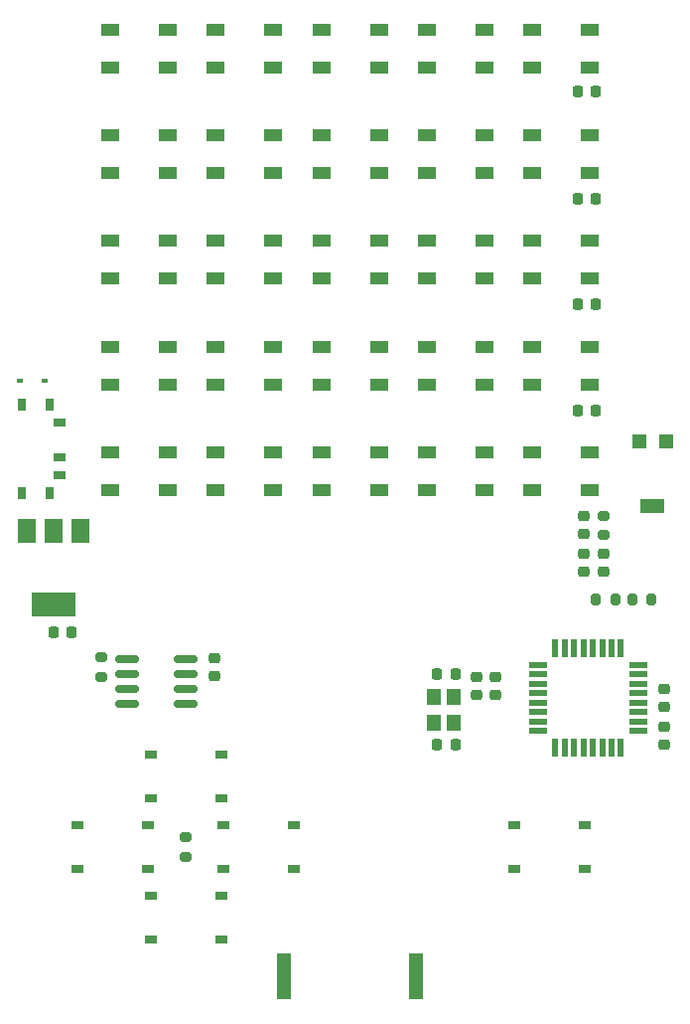
<source format=gtp>
%TF.GenerationSoftware,KiCad,Pcbnew,(6.0.5-0)*%
%TF.CreationDate,2022-11-17T16:29:29+01:00*%
%TF.ProjectId,25pix,32357069-782e-46b6-9963-61645f706362,v0.1*%
%TF.SameCoordinates,Original*%
%TF.FileFunction,Paste,Top*%
%TF.FilePolarity,Positive*%
%FSLAX46Y46*%
G04 Gerber Fmt 4.6, Leading zero omitted, Abs format (unit mm)*
G04 Created by KiCad (PCBNEW (6.0.5-0)) date 2022-11-17 16:29:29*
%MOMM*%
%LPD*%
G01*
G04 APERTURE LIST*
G04 Aperture macros list*
%AMRoundRect*
0 Rectangle with rounded corners*
0 $1 Rounding radius*
0 $2 $3 $4 $5 $6 $7 $8 $9 X,Y pos of 4 corners*
0 Add a 4 corners polygon primitive as box body*
4,1,4,$2,$3,$4,$5,$6,$7,$8,$9,$2,$3,0*
0 Add four circle primitives for the rounded corners*
1,1,$1+$1,$2,$3*
1,1,$1+$1,$4,$5*
1,1,$1+$1,$6,$7*
1,1,$1+$1,$8,$9*
0 Add four rect primitives between the rounded corners*
20,1,$1+$1,$2,$3,$4,$5,0*
20,1,$1+$1,$4,$5,$6,$7,0*
20,1,$1+$1,$6,$7,$8,$9,0*
20,1,$1+$1,$8,$9,$2,$3,0*%
G04 Aperture macros list end*
%ADD10R,1.000000X0.750000*%
%ADD11RoundRect,0.225000X-0.250000X0.225000X-0.250000X-0.225000X0.250000X-0.225000X0.250000X0.225000X0*%
%ADD12RoundRect,0.225000X0.225000X0.250000X-0.225000X0.250000X-0.225000X-0.250000X0.225000X-0.250000X0*%
%ADD13R,1.500000X1.000000*%
%ADD14RoundRect,0.225000X0.250000X-0.225000X0.250000X0.225000X-0.250000X0.225000X-0.250000X-0.225000X0*%
%ADD15RoundRect,0.225000X-0.225000X-0.250000X0.225000X-0.250000X0.225000X0.250000X-0.225000X0.250000X0*%
%ADD16RoundRect,0.200000X-0.275000X0.200000X-0.275000X-0.200000X0.275000X-0.200000X0.275000X0.200000X0*%
%ADD17R,0.600000X0.450000*%
%ADD18RoundRect,0.200000X-0.200000X-0.275000X0.200000X-0.275000X0.200000X0.275000X-0.200000X0.275000X0*%
%ADD19R,1.200000X1.400000*%
%ADD20RoundRect,0.200000X0.200000X0.275000X-0.200000X0.275000X-0.200000X-0.275000X0.200000X-0.275000X0*%
%ADD21RoundRect,0.200000X0.275000X-0.200000X0.275000X0.200000X-0.275000X0.200000X-0.275000X-0.200000X0*%
%ADD22R,1.600000X0.550000*%
%ADD23R,0.550000X1.600000*%
%ADD24R,1.500000X2.000000*%
%ADD25R,3.800000X2.000000*%
%ADD26R,1.200000X4.000000*%
%ADD27R,1.100000X0.700000*%
%ADD28R,0.800000X1.000000*%
%ADD29RoundRect,0.150000X-0.825000X-0.150000X0.825000X-0.150000X0.825000X0.150000X-0.825000X0.150000X0*%
%ADD30R,1.300000X1.300000*%
%ADD31R,2.000000X1.300000*%
G04 APERTURE END LIST*
D10*
X53000000Y-103125000D03*
X59000000Y-103125000D03*
X53000000Y-106875000D03*
X59000000Y-106875000D03*
D11*
X96800000Y-88725000D03*
X96800000Y-90275000D03*
D12*
X78975000Y-90300000D03*
X77425000Y-90300000D03*
D13*
X58550000Y-29400000D03*
X58550000Y-32600000D03*
X63450000Y-32600000D03*
X63450000Y-29400000D03*
X49550000Y-56400000D03*
X49550000Y-59600000D03*
X54450000Y-59600000D03*
X54450000Y-56400000D03*
X58550000Y-65400000D03*
X58550000Y-68600000D03*
X63450000Y-68600000D03*
X63450000Y-65400000D03*
X67550000Y-56400000D03*
X67550000Y-59600000D03*
X72450000Y-59600000D03*
X72450000Y-56400000D03*
D12*
X90975000Y-43800000D03*
X89425000Y-43800000D03*
D14*
X96800000Y-87075000D03*
X96800000Y-85525000D03*
D13*
X76550000Y-47400000D03*
X76550000Y-50600000D03*
X81450000Y-50600000D03*
X81450000Y-47400000D03*
X67550000Y-47400000D03*
X67550000Y-50600000D03*
X72450000Y-50600000D03*
X72450000Y-47400000D03*
X76550000Y-38400000D03*
X76550000Y-41600000D03*
X81450000Y-41600000D03*
X81450000Y-38400000D03*
X85550000Y-47400000D03*
X85550000Y-50600000D03*
X90450000Y-50600000D03*
X90450000Y-47400000D03*
D15*
X77425000Y-84300000D03*
X78975000Y-84300000D03*
D16*
X56000000Y-98175000D03*
X56000000Y-99825000D03*
D11*
X58400000Y-82925000D03*
X58400000Y-84475000D03*
X89900000Y-74025000D03*
X89900000Y-75575000D03*
D12*
X90975000Y-34700000D03*
X89425000Y-34700000D03*
D13*
X49550000Y-29400000D03*
X49550000Y-32600000D03*
X54450000Y-32600000D03*
X54450000Y-29400000D03*
D10*
X53000000Y-91125000D03*
X59000000Y-91125000D03*
X53000000Y-94875000D03*
X59000000Y-94875000D03*
D13*
X58550000Y-38400000D03*
X58550000Y-41600000D03*
X63450000Y-41600000D03*
X63450000Y-38400000D03*
D17*
X43950000Y-59300000D03*
X41850000Y-59300000D03*
D18*
X90975000Y-77900000D03*
X92625000Y-77900000D03*
D13*
X58550000Y-56400000D03*
X58550000Y-59600000D03*
X63450000Y-59600000D03*
X63450000Y-56400000D03*
X49550000Y-38400000D03*
X49550000Y-41600000D03*
X54450000Y-41600000D03*
X54450000Y-38400000D03*
X76550000Y-29400000D03*
X76550000Y-32600000D03*
X81450000Y-32600000D03*
X81450000Y-29400000D03*
D19*
X77150000Y-86200000D03*
X77150000Y-88400000D03*
X78850000Y-88400000D03*
X78850000Y-86200000D03*
D11*
X91600000Y-74025000D03*
X91600000Y-75575000D03*
D10*
X46780000Y-97125000D03*
X52780000Y-97125000D03*
X46780000Y-100875000D03*
X52780000Y-100875000D03*
D15*
X44725000Y-80700000D03*
X46275000Y-80700000D03*
D13*
X67550000Y-29400000D03*
X67550000Y-32600000D03*
X72450000Y-32600000D03*
X72450000Y-29400000D03*
D12*
X90975000Y-61800000D03*
X89425000Y-61800000D03*
D13*
X76550000Y-56400000D03*
X76550000Y-59600000D03*
X81450000Y-59600000D03*
X81450000Y-56400000D03*
X58550000Y-47400000D03*
X58550000Y-50600000D03*
X63450000Y-50600000D03*
X63450000Y-47400000D03*
D11*
X89900000Y-70825000D03*
X89900000Y-72375000D03*
D13*
X67550000Y-38400000D03*
X67550000Y-41600000D03*
X72450000Y-41600000D03*
X72450000Y-38400000D03*
X67550000Y-65400000D03*
X67550000Y-68600000D03*
X72450000Y-68600000D03*
X72450000Y-65400000D03*
D20*
X95725000Y-77900000D03*
X94075000Y-77900000D03*
D11*
X82400000Y-84525000D03*
X82400000Y-86075000D03*
D21*
X48800000Y-84525000D03*
X48800000Y-82875000D03*
D22*
X86050000Y-83500000D03*
X86050000Y-84300000D03*
X86050000Y-85100000D03*
X86050000Y-85900000D03*
X86050000Y-86700000D03*
X86050000Y-87500000D03*
X86050000Y-88300000D03*
X86050000Y-89100000D03*
D23*
X87500000Y-90550000D03*
X88300000Y-90550000D03*
X89100000Y-90550000D03*
X89900000Y-90550000D03*
X90700000Y-90550000D03*
X91500000Y-90550000D03*
X92300000Y-90550000D03*
X93100000Y-90550000D03*
D22*
X94550000Y-89100000D03*
X94550000Y-88300000D03*
X94550000Y-87500000D03*
X94550000Y-86700000D03*
X94550000Y-85900000D03*
X94550000Y-85100000D03*
X94550000Y-84300000D03*
X94550000Y-83500000D03*
D23*
X93100000Y-82050000D03*
X92300000Y-82050000D03*
X91500000Y-82050000D03*
X90700000Y-82050000D03*
X89900000Y-82050000D03*
X89100000Y-82050000D03*
X88300000Y-82050000D03*
X87500000Y-82050000D03*
D13*
X85550000Y-38400000D03*
X85550000Y-41600000D03*
X90450000Y-41600000D03*
X90450000Y-38400000D03*
X85550000Y-29400000D03*
X85550000Y-32600000D03*
X90450000Y-32600000D03*
X90450000Y-29400000D03*
D10*
X59237500Y-97125000D03*
X65237500Y-97125000D03*
X59237500Y-100875000D03*
X65237500Y-100875000D03*
D13*
X49550000Y-65400000D03*
X49550000Y-68600000D03*
X54450000Y-68600000D03*
X54450000Y-65400000D03*
X85550000Y-65400000D03*
X85550000Y-68600000D03*
X90450000Y-68600000D03*
X90450000Y-65400000D03*
D11*
X80800000Y-84525000D03*
X80800000Y-86075000D03*
D24*
X47000000Y-72050000D03*
X44700000Y-72050000D03*
D25*
X44700000Y-78350000D03*
D24*
X42400000Y-72050000D03*
D26*
X64400000Y-110000000D03*
X75600000Y-110000000D03*
D13*
X76550000Y-65400000D03*
X76550000Y-68600000D03*
X81450000Y-68600000D03*
X81450000Y-65400000D03*
D27*
X45250000Y-62850000D03*
X45250000Y-65850000D03*
X45250000Y-67350000D03*
D28*
X44350000Y-61350000D03*
X44350000Y-68850000D03*
X42050000Y-61350000D03*
X42050000Y-68850000D03*
D29*
X51025000Y-82995000D03*
X51025000Y-84265000D03*
X51025000Y-85535000D03*
X51025000Y-86805000D03*
X55975000Y-86805000D03*
X55975000Y-85535000D03*
X55975000Y-84265000D03*
X55975000Y-82995000D03*
D12*
X90975000Y-52800000D03*
X89425000Y-52800000D03*
D10*
X84000000Y-97125000D03*
X90000000Y-97125000D03*
X84000000Y-100875000D03*
X90000000Y-100875000D03*
D13*
X85550000Y-56400000D03*
X85550000Y-59600000D03*
X90450000Y-59600000D03*
X90450000Y-56400000D03*
D30*
X96950000Y-64450000D03*
D31*
X95800000Y-69950000D03*
D30*
X94650000Y-64450000D03*
D13*
X49550000Y-47400000D03*
X49550000Y-50600000D03*
X54450000Y-50600000D03*
X54450000Y-47400000D03*
D21*
X91600000Y-72425000D03*
X91600000Y-70775000D03*
M02*

</source>
